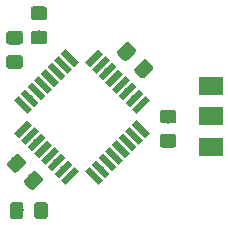
<source format=gbp>
G04 #@! TF.GenerationSoftware,KiCad,Pcbnew,(5.1.4)-1*
G04 #@! TF.CreationDate,2020-01-26T17:58:18+01:00*
G04 #@! TF.ProjectId,HM-LC-Sw1-Pl-DN-R1_S26,484d2d4c-432d-4537-9731-2d506c2d444e,rev?*
G04 #@! TF.SameCoordinates,Original*
G04 #@! TF.FileFunction,Paste,Bot*
G04 #@! TF.FilePolarity,Positive*
%FSLAX46Y46*%
G04 Gerber Fmt 4.6, Leading zero omitted, Abs format (unit mm)*
G04 Created by KiCad (PCBNEW (5.1.4)-1) date 2020-01-26 17:58:18*
%MOMM*%
%LPD*%
G04 APERTURE LIST*
%ADD10C,0.150000*%
%ADD11C,1.150000*%
%ADD12R,2.000000X1.500000*%
%ADD13C,0.550000*%
G04 APERTURE END LIST*
D10*
G36*
X147224505Y-102476204D02*
G01*
X147248773Y-102479804D01*
X147272572Y-102485765D01*
X147295671Y-102494030D01*
X147317850Y-102504520D01*
X147338893Y-102517132D01*
X147358599Y-102531747D01*
X147376777Y-102548223D01*
X147393253Y-102566401D01*
X147407868Y-102586107D01*
X147420480Y-102607150D01*
X147430970Y-102629329D01*
X147439235Y-102652428D01*
X147445196Y-102676227D01*
X147448796Y-102700495D01*
X147450000Y-102724999D01*
X147450000Y-103375001D01*
X147448796Y-103399505D01*
X147445196Y-103423773D01*
X147439235Y-103447572D01*
X147430970Y-103470671D01*
X147420480Y-103492850D01*
X147407868Y-103513893D01*
X147393253Y-103533599D01*
X147376777Y-103551777D01*
X147358599Y-103568253D01*
X147338893Y-103582868D01*
X147317850Y-103595480D01*
X147295671Y-103605970D01*
X147272572Y-103614235D01*
X147248773Y-103620196D01*
X147224505Y-103623796D01*
X147200001Y-103625000D01*
X146299999Y-103625000D01*
X146275495Y-103623796D01*
X146251227Y-103620196D01*
X146227428Y-103614235D01*
X146204329Y-103605970D01*
X146182150Y-103595480D01*
X146161107Y-103582868D01*
X146141401Y-103568253D01*
X146123223Y-103551777D01*
X146106747Y-103533599D01*
X146092132Y-103513893D01*
X146079520Y-103492850D01*
X146069030Y-103470671D01*
X146060765Y-103447572D01*
X146054804Y-103423773D01*
X146051204Y-103399505D01*
X146050000Y-103375001D01*
X146050000Y-102724999D01*
X146051204Y-102700495D01*
X146054804Y-102676227D01*
X146060765Y-102652428D01*
X146069030Y-102629329D01*
X146079520Y-102607150D01*
X146092132Y-102586107D01*
X146106747Y-102566401D01*
X146123223Y-102548223D01*
X146141401Y-102531747D01*
X146161107Y-102517132D01*
X146182150Y-102504520D01*
X146204329Y-102494030D01*
X146227428Y-102485765D01*
X146251227Y-102479804D01*
X146275495Y-102476204D01*
X146299999Y-102475000D01*
X147200001Y-102475000D01*
X147224505Y-102476204D01*
X147224505Y-102476204D01*
G37*
D11*
X146750000Y-103050000D03*
D10*
G36*
X147224505Y-104526204D02*
G01*
X147248773Y-104529804D01*
X147272572Y-104535765D01*
X147295671Y-104544030D01*
X147317850Y-104554520D01*
X147338893Y-104567132D01*
X147358599Y-104581747D01*
X147376777Y-104598223D01*
X147393253Y-104616401D01*
X147407868Y-104636107D01*
X147420480Y-104657150D01*
X147430970Y-104679329D01*
X147439235Y-104702428D01*
X147445196Y-104726227D01*
X147448796Y-104750495D01*
X147450000Y-104774999D01*
X147450000Y-105425001D01*
X147448796Y-105449505D01*
X147445196Y-105473773D01*
X147439235Y-105497572D01*
X147430970Y-105520671D01*
X147420480Y-105542850D01*
X147407868Y-105563893D01*
X147393253Y-105583599D01*
X147376777Y-105601777D01*
X147358599Y-105618253D01*
X147338893Y-105632868D01*
X147317850Y-105645480D01*
X147295671Y-105655970D01*
X147272572Y-105664235D01*
X147248773Y-105670196D01*
X147224505Y-105673796D01*
X147200001Y-105675000D01*
X146299999Y-105675000D01*
X146275495Y-105673796D01*
X146251227Y-105670196D01*
X146227428Y-105664235D01*
X146204329Y-105655970D01*
X146182150Y-105645480D01*
X146161107Y-105632868D01*
X146141401Y-105618253D01*
X146123223Y-105601777D01*
X146106747Y-105583599D01*
X146092132Y-105563893D01*
X146079520Y-105542850D01*
X146069030Y-105520671D01*
X146060765Y-105497572D01*
X146054804Y-105473773D01*
X146051204Y-105449505D01*
X146050000Y-105425001D01*
X146050000Y-104774999D01*
X146051204Y-104750495D01*
X146054804Y-104726227D01*
X146060765Y-104702428D01*
X146069030Y-104679329D01*
X146079520Y-104657150D01*
X146092132Y-104636107D01*
X146106747Y-104616401D01*
X146123223Y-104598223D01*
X146141401Y-104581747D01*
X146161107Y-104567132D01*
X146182150Y-104554520D01*
X146204329Y-104544030D01*
X146227428Y-104535765D01*
X146251227Y-104529804D01*
X146275495Y-104526204D01*
X146299999Y-104525000D01*
X147200001Y-104525000D01*
X147224505Y-104526204D01*
X147224505Y-104526204D01*
G37*
D11*
X146750000Y-105100000D03*
D10*
G36*
X160224505Y-109151204D02*
G01*
X160248773Y-109154804D01*
X160272572Y-109160765D01*
X160295671Y-109169030D01*
X160317850Y-109179520D01*
X160338893Y-109192132D01*
X160358599Y-109206747D01*
X160376777Y-109223223D01*
X160393253Y-109241401D01*
X160407868Y-109261107D01*
X160420480Y-109282150D01*
X160430970Y-109304329D01*
X160439235Y-109327428D01*
X160445196Y-109351227D01*
X160448796Y-109375495D01*
X160450000Y-109399999D01*
X160450000Y-110050001D01*
X160448796Y-110074505D01*
X160445196Y-110098773D01*
X160439235Y-110122572D01*
X160430970Y-110145671D01*
X160420480Y-110167850D01*
X160407868Y-110188893D01*
X160393253Y-110208599D01*
X160376777Y-110226777D01*
X160358599Y-110243253D01*
X160338893Y-110257868D01*
X160317850Y-110270480D01*
X160295671Y-110280970D01*
X160272572Y-110289235D01*
X160248773Y-110295196D01*
X160224505Y-110298796D01*
X160200001Y-110300000D01*
X159299999Y-110300000D01*
X159275495Y-110298796D01*
X159251227Y-110295196D01*
X159227428Y-110289235D01*
X159204329Y-110280970D01*
X159182150Y-110270480D01*
X159161107Y-110257868D01*
X159141401Y-110243253D01*
X159123223Y-110226777D01*
X159106747Y-110208599D01*
X159092132Y-110188893D01*
X159079520Y-110167850D01*
X159069030Y-110145671D01*
X159060765Y-110122572D01*
X159054804Y-110098773D01*
X159051204Y-110074505D01*
X159050000Y-110050001D01*
X159050000Y-109399999D01*
X159051204Y-109375495D01*
X159054804Y-109351227D01*
X159060765Y-109327428D01*
X159069030Y-109304329D01*
X159079520Y-109282150D01*
X159092132Y-109261107D01*
X159106747Y-109241401D01*
X159123223Y-109223223D01*
X159141401Y-109206747D01*
X159161107Y-109192132D01*
X159182150Y-109179520D01*
X159204329Y-109169030D01*
X159227428Y-109160765D01*
X159251227Y-109154804D01*
X159275495Y-109151204D01*
X159299999Y-109150000D01*
X160200001Y-109150000D01*
X160224505Y-109151204D01*
X160224505Y-109151204D01*
G37*
D11*
X159750000Y-109725000D03*
D10*
G36*
X160224505Y-111201204D02*
G01*
X160248773Y-111204804D01*
X160272572Y-111210765D01*
X160295671Y-111219030D01*
X160317850Y-111229520D01*
X160338893Y-111242132D01*
X160358599Y-111256747D01*
X160376777Y-111273223D01*
X160393253Y-111291401D01*
X160407868Y-111311107D01*
X160420480Y-111332150D01*
X160430970Y-111354329D01*
X160439235Y-111377428D01*
X160445196Y-111401227D01*
X160448796Y-111425495D01*
X160450000Y-111449999D01*
X160450000Y-112100001D01*
X160448796Y-112124505D01*
X160445196Y-112148773D01*
X160439235Y-112172572D01*
X160430970Y-112195671D01*
X160420480Y-112217850D01*
X160407868Y-112238893D01*
X160393253Y-112258599D01*
X160376777Y-112276777D01*
X160358599Y-112293253D01*
X160338893Y-112307868D01*
X160317850Y-112320480D01*
X160295671Y-112330970D01*
X160272572Y-112339235D01*
X160248773Y-112345196D01*
X160224505Y-112348796D01*
X160200001Y-112350000D01*
X159299999Y-112350000D01*
X159275495Y-112348796D01*
X159251227Y-112345196D01*
X159227428Y-112339235D01*
X159204329Y-112330970D01*
X159182150Y-112320480D01*
X159161107Y-112307868D01*
X159141401Y-112293253D01*
X159123223Y-112276777D01*
X159106747Y-112258599D01*
X159092132Y-112238893D01*
X159079520Y-112217850D01*
X159069030Y-112195671D01*
X159060765Y-112172572D01*
X159054804Y-112148773D01*
X159051204Y-112124505D01*
X159050000Y-112100001D01*
X159050000Y-111449999D01*
X159051204Y-111425495D01*
X159054804Y-111401227D01*
X159060765Y-111377428D01*
X159069030Y-111354329D01*
X159079520Y-111332150D01*
X159092132Y-111311107D01*
X159106747Y-111291401D01*
X159123223Y-111273223D01*
X159141401Y-111256747D01*
X159161107Y-111242132D01*
X159182150Y-111229520D01*
X159204329Y-111219030D01*
X159227428Y-111210765D01*
X159251227Y-111204804D01*
X159275495Y-111201204D01*
X159299999Y-111200000D01*
X160200001Y-111200000D01*
X160224505Y-111201204D01*
X160224505Y-111201204D01*
G37*
D11*
X159750000Y-111775000D03*
D10*
G36*
X156338108Y-103428412D02*
G01*
X156362376Y-103432012D01*
X156386175Y-103437973D01*
X156409274Y-103446238D01*
X156431453Y-103456728D01*
X156452496Y-103469340D01*
X156472202Y-103483955D01*
X156490380Y-103500431D01*
X156950001Y-103960052D01*
X156966477Y-103978230D01*
X156981092Y-103997936D01*
X156993704Y-104018979D01*
X157004194Y-104041158D01*
X157012459Y-104064257D01*
X157018420Y-104088056D01*
X157022020Y-104112324D01*
X157023224Y-104136828D01*
X157022020Y-104161332D01*
X157018420Y-104185600D01*
X157012459Y-104209399D01*
X157004194Y-104232498D01*
X156993704Y-104254677D01*
X156981092Y-104275720D01*
X156966477Y-104295426D01*
X156950001Y-104313604D01*
X156313604Y-104950001D01*
X156295426Y-104966477D01*
X156275720Y-104981092D01*
X156254677Y-104993704D01*
X156232498Y-105004194D01*
X156209399Y-105012459D01*
X156185600Y-105018420D01*
X156161332Y-105022020D01*
X156136828Y-105023224D01*
X156112324Y-105022020D01*
X156088056Y-105018420D01*
X156064257Y-105012459D01*
X156041158Y-105004194D01*
X156018979Y-104993704D01*
X155997936Y-104981092D01*
X155978230Y-104966477D01*
X155960052Y-104950001D01*
X155500431Y-104490380D01*
X155483955Y-104472202D01*
X155469340Y-104452496D01*
X155456728Y-104431453D01*
X155446238Y-104409274D01*
X155437973Y-104386175D01*
X155432012Y-104362376D01*
X155428412Y-104338108D01*
X155427208Y-104313604D01*
X155428412Y-104289100D01*
X155432012Y-104264832D01*
X155437973Y-104241033D01*
X155446238Y-104217934D01*
X155456728Y-104195755D01*
X155469340Y-104174712D01*
X155483955Y-104155006D01*
X155500431Y-104136828D01*
X156136828Y-103500431D01*
X156155006Y-103483955D01*
X156174712Y-103469340D01*
X156195755Y-103456728D01*
X156217934Y-103446238D01*
X156241033Y-103437973D01*
X156264832Y-103432012D01*
X156289100Y-103428412D01*
X156313604Y-103427208D01*
X156338108Y-103428412D01*
X156338108Y-103428412D01*
G37*
D11*
X156225216Y-104225216D03*
D10*
G36*
X157787676Y-104877980D02*
G01*
X157811944Y-104881580D01*
X157835743Y-104887541D01*
X157858842Y-104895806D01*
X157881021Y-104906296D01*
X157902064Y-104918908D01*
X157921770Y-104933523D01*
X157939948Y-104949999D01*
X158399569Y-105409620D01*
X158416045Y-105427798D01*
X158430660Y-105447504D01*
X158443272Y-105468547D01*
X158453762Y-105490726D01*
X158462027Y-105513825D01*
X158467988Y-105537624D01*
X158471588Y-105561892D01*
X158472792Y-105586396D01*
X158471588Y-105610900D01*
X158467988Y-105635168D01*
X158462027Y-105658967D01*
X158453762Y-105682066D01*
X158443272Y-105704245D01*
X158430660Y-105725288D01*
X158416045Y-105744994D01*
X158399569Y-105763172D01*
X157763172Y-106399569D01*
X157744994Y-106416045D01*
X157725288Y-106430660D01*
X157704245Y-106443272D01*
X157682066Y-106453762D01*
X157658967Y-106462027D01*
X157635168Y-106467988D01*
X157610900Y-106471588D01*
X157586396Y-106472792D01*
X157561892Y-106471588D01*
X157537624Y-106467988D01*
X157513825Y-106462027D01*
X157490726Y-106453762D01*
X157468547Y-106443272D01*
X157447504Y-106430660D01*
X157427798Y-106416045D01*
X157409620Y-106399569D01*
X156949999Y-105939948D01*
X156933523Y-105921770D01*
X156918908Y-105902064D01*
X156906296Y-105881021D01*
X156895806Y-105858842D01*
X156887541Y-105835743D01*
X156881580Y-105811944D01*
X156877980Y-105787676D01*
X156876776Y-105763172D01*
X156877980Y-105738668D01*
X156881580Y-105714400D01*
X156887541Y-105690601D01*
X156895806Y-105667502D01*
X156906296Y-105645323D01*
X156918908Y-105624280D01*
X156933523Y-105604574D01*
X156949999Y-105586396D01*
X157586396Y-104949999D01*
X157604574Y-104933523D01*
X157624280Y-104918908D01*
X157645323Y-104906296D01*
X157667502Y-104895806D01*
X157690601Y-104887541D01*
X157714400Y-104881580D01*
X157738668Y-104877980D01*
X157763172Y-104876776D01*
X157787676Y-104877980D01*
X157787676Y-104877980D01*
G37*
D11*
X157674784Y-105674784D03*
D10*
G36*
X147012908Y-112880012D02*
G01*
X147037176Y-112883612D01*
X147060975Y-112889573D01*
X147084074Y-112897838D01*
X147106253Y-112908328D01*
X147127296Y-112920940D01*
X147147002Y-112935555D01*
X147165180Y-112952031D01*
X147624801Y-113411652D01*
X147641277Y-113429830D01*
X147655892Y-113449536D01*
X147668504Y-113470579D01*
X147678994Y-113492758D01*
X147687259Y-113515857D01*
X147693220Y-113539656D01*
X147696820Y-113563924D01*
X147698024Y-113588428D01*
X147696820Y-113612932D01*
X147693220Y-113637200D01*
X147687259Y-113660999D01*
X147678994Y-113684098D01*
X147668504Y-113706277D01*
X147655892Y-113727320D01*
X147641277Y-113747026D01*
X147624801Y-113765204D01*
X146988404Y-114401601D01*
X146970226Y-114418077D01*
X146950520Y-114432692D01*
X146929477Y-114445304D01*
X146907298Y-114455794D01*
X146884199Y-114464059D01*
X146860400Y-114470020D01*
X146836132Y-114473620D01*
X146811628Y-114474824D01*
X146787124Y-114473620D01*
X146762856Y-114470020D01*
X146739057Y-114464059D01*
X146715958Y-114455794D01*
X146693779Y-114445304D01*
X146672736Y-114432692D01*
X146653030Y-114418077D01*
X146634852Y-114401601D01*
X146175231Y-113941980D01*
X146158755Y-113923802D01*
X146144140Y-113904096D01*
X146131528Y-113883053D01*
X146121038Y-113860874D01*
X146112773Y-113837775D01*
X146106812Y-113813976D01*
X146103212Y-113789708D01*
X146102008Y-113765204D01*
X146103212Y-113740700D01*
X146106812Y-113716432D01*
X146112773Y-113692633D01*
X146121038Y-113669534D01*
X146131528Y-113647355D01*
X146144140Y-113626312D01*
X146158755Y-113606606D01*
X146175231Y-113588428D01*
X146811628Y-112952031D01*
X146829806Y-112935555D01*
X146849512Y-112920940D01*
X146870555Y-112908328D01*
X146892734Y-112897838D01*
X146915833Y-112889573D01*
X146939632Y-112883612D01*
X146963900Y-112880012D01*
X146988404Y-112878808D01*
X147012908Y-112880012D01*
X147012908Y-112880012D01*
G37*
D11*
X146900016Y-113676816D03*
D10*
G36*
X148462476Y-114329580D02*
G01*
X148486744Y-114333180D01*
X148510543Y-114339141D01*
X148533642Y-114347406D01*
X148555821Y-114357896D01*
X148576864Y-114370508D01*
X148596570Y-114385123D01*
X148614748Y-114401599D01*
X149074369Y-114861220D01*
X149090845Y-114879398D01*
X149105460Y-114899104D01*
X149118072Y-114920147D01*
X149128562Y-114942326D01*
X149136827Y-114965425D01*
X149142788Y-114989224D01*
X149146388Y-115013492D01*
X149147592Y-115037996D01*
X149146388Y-115062500D01*
X149142788Y-115086768D01*
X149136827Y-115110567D01*
X149128562Y-115133666D01*
X149118072Y-115155845D01*
X149105460Y-115176888D01*
X149090845Y-115196594D01*
X149074369Y-115214772D01*
X148437972Y-115851169D01*
X148419794Y-115867645D01*
X148400088Y-115882260D01*
X148379045Y-115894872D01*
X148356866Y-115905362D01*
X148333767Y-115913627D01*
X148309968Y-115919588D01*
X148285700Y-115923188D01*
X148261196Y-115924392D01*
X148236692Y-115923188D01*
X148212424Y-115919588D01*
X148188625Y-115913627D01*
X148165526Y-115905362D01*
X148143347Y-115894872D01*
X148122304Y-115882260D01*
X148102598Y-115867645D01*
X148084420Y-115851169D01*
X147624799Y-115391548D01*
X147608323Y-115373370D01*
X147593708Y-115353664D01*
X147581096Y-115332621D01*
X147570606Y-115310442D01*
X147562341Y-115287343D01*
X147556380Y-115263544D01*
X147552780Y-115239276D01*
X147551576Y-115214772D01*
X147552780Y-115190268D01*
X147556380Y-115166000D01*
X147562341Y-115142201D01*
X147570606Y-115119102D01*
X147581096Y-115096923D01*
X147593708Y-115075880D01*
X147608323Y-115056174D01*
X147624799Y-115037996D01*
X148261196Y-114401599D01*
X148279374Y-114385123D01*
X148299080Y-114370508D01*
X148320123Y-114357896D01*
X148342302Y-114347406D01*
X148365401Y-114339141D01*
X148389200Y-114333180D01*
X148413468Y-114329580D01*
X148437972Y-114328376D01*
X148462476Y-114329580D01*
X148462476Y-114329580D01*
G37*
D11*
X148349584Y-115126384D03*
D10*
G36*
X149274505Y-102451204D02*
G01*
X149298773Y-102454804D01*
X149322572Y-102460765D01*
X149345671Y-102469030D01*
X149367850Y-102479520D01*
X149388893Y-102492132D01*
X149408599Y-102506747D01*
X149426777Y-102523223D01*
X149443253Y-102541401D01*
X149457868Y-102561107D01*
X149470480Y-102582150D01*
X149480970Y-102604329D01*
X149489235Y-102627428D01*
X149495196Y-102651227D01*
X149498796Y-102675495D01*
X149500000Y-102699999D01*
X149500000Y-103350001D01*
X149498796Y-103374505D01*
X149495196Y-103398773D01*
X149489235Y-103422572D01*
X149480970Y-103445671D01*
X149470480Y-103467850D01*
X149457868Y-103488893D01*
X149443253Y-103508599D01*
X149426777Y-103526777D01*
X149408599Y-103543253D01*
X149388893Y-103557868D01*
X149367850Y-103570480D01*
X149345671Y-103580970D01*
X149322572Y-103589235D01*
X149298773Y-103595196D01*
X149274505Y-103598796D01*
X149250001Y-103600000D01*
X148349999Y-103600000D01*
X148325495Y-103598796D01*
X148301227Y-103595196D01*
X148277428Y-103589235D01*
X148254329Y-103580970D01*
X148232150Y-103570480D01*
X148211107Y-103557868D01*
X148191401Y-103543253D01*
X148173223Y-103526777D01*
X148156747Y-103508599D01*
X148142132Y-103488893D01*
X148129520Y-103467850D01*
X148119030Y-103445671D01*
X148110765Y-103422572D01*
X148104804Y-103398773D01*
X148101204Y-103374505D01*
X148100000Y-103350001D01*
X148100000Y-102699999D01*
X148101204Y-102675495D01*
X148104804Y-102651227D01*
X148110765Y-102627428D01*
X148119030Y-102604329D01*
X148129520Y-102582150D01*
X148142132Y-102561107D01*
X148156747Y-102541401D01*
X148173223Y-102523223D01*
X148191401Y-102506747D01*
X148211107Y-102492132D01*
X148232150Y-102479520D01*
X148254329Y-102469030D01*
X148277428Y-102460765D01*
X148301227Y-102454804D01*
X148325495Y-102451204D01*
X148349999Y-102450000D01*
X149250001Y-102450000D01*
X149274505Y-102451204D01*
X149274505Y-102451204D01*
G37*
D11*
X148800000Y-103025000D03*
D10*
G36*
X149274505Y-100401204D02*
G01*
X149298773Y-100404804D01*
X149322572Y-100410765D01*
X149345671Y-100419030D01*
X149367850Y-100429520D01*
X149388893Y-100442132D01*
X149408599Y-100456747D01*
X149426777Y-100473223D01*
X149443253Y-100491401D01*
X149457868Y-100511107D01*
X149470480Y-100532150D01*
X149480970Y-100554329D01*
X149489235Y-100577428D01*
X149495196Y-100601227D01*
X149498796Y-100625495D01*
X149500000Y-100649999D01*
X149500000Y-101300001D01*
X149498796Y-101324505D01*
X149495196Y-101348773D01*
X149489235Y-101372572D01*
X149480970Y-101395671D01*
X149470480Y-101417850D01*
X149457868Y-101438893D01*
X149443253Y-101458599D01*
X149426777Y-101476777D01*
X149408599Y-101493253D01*
X149388893Y-101507868D01*
X149367850Y-101520480D01*
X149345671Y-101530970D01*
X149322572Y-101539235D01*
X149298773Y-101545196D01*
X149274505Y-101548796D01*
X149250001Y-101550000D01*
X148349999Y-101550000D01*
X148325495Y-101548796D01*
X148301227Y-101545196D01*
X148277428Y-101539235D01*
X148254329Y-101530970D01*
X148232150Y-101520480D01*
X148211107Y-101507868D01*
X148191401Y-101493253D01*
X148173223Y-101476777D01*
X148156747Y-101458599D01*
X148142132Y-101438893D01*
X148129520Y-101417850D01*
X148119030Y-101395671D01*
X148110765Y-101372572D01*
X148104804Y-101348773D01*
X148101204Y-101324505D01*
X148100000Y-101300001D01*
X148100000Y-100649999D01*
X148101204Y-100625495D01*
X148104804Y-100601227D01*
X148110765Y-100577428D01*
X148119030Y-100554329D01*
X148129520Y-100532150D01*
X148142132Y-100511107D01*
X148156747Y-100491401D01*
X148173223Y-100473223D01*
X148191401Y-100456747D01*
X148211107Y-100442132D01*
X148232150Y-100429520D01*
X148254329Y-100419030D01*
X148277428Y-100410765D01*
X148301227Y-100404804D01*
X148325495Y-100401204D01*
X148349999Y-100400000D01*
X149250001Y-100400000D01*
X149274505Y-100401204D01*
X149274505Y-100401204D01*
G37*
D11*
X148800000Y-100975000D03*
D10*
G36*
X149324505Y-116976204D02*
G01*
X149348773Y-116979804D01*
X149372572Y-116985765D01*
X149395671Y-116994030D01*
X149417850Y-117004520D01*
X149438893Y-117017132D01*
X149458599Y-117031747D01*
X149476777Y-117048223D01*
X149493253Y-117066401D01*
X149507868Y-117086107D01*
X149520480Y-117107150D01*
X149530970Y-117129329D01*
X149539235Y-117152428D01*
X149545196Y-117176227D01*
X149548796Y-117200495D01*
X149550000Y-117224999D01*
X149550000Y-118125001D01*
X149548796Y-118149505D01*
X149545196Y-118173773D01*
X149539235Y-118197572D01*
X149530970Y-118220671D01*
X149520480Y-118242850D01*
X149507868Y-118263893D01*
X149493253Y-118283599D01*
X149476777Y-118301777D01*
X149458599Y-118318253D01*
X149438893Y-118332868D01*
X149417850Y-118345480D01*
X149395671Y-118355970D01*
X149372572Y-118364235D01*
X149348773Y-118370196D01*
X149324505Y-118373796D01*
X149300001Y-118375000D01*
X148649999Y-118375000D01*
X148625495Y-118373796D01*
X148601227Y-118370196D01*
X148577428Y-118364235D01*
X148554329Y-118355970D01*
X148532150Y-118345480D01*
X148511107Y-118332868D01*
X148491401Y-118318253D01*
X148473223Y-118301777D01*
X148456747Y-118283599D01*
X148442132Y-118263893D01*
X148429520Y-118242850D01*
X148419030Y-118220671D01*
X148410765Y-118197572D01*
X148404804Y-118173773D01*
X148401204Y-118149505D01*
X148400000Y-118125001D01*
X148400000Y-117224999D01*
X148401204Y-117200495D01*
X148404804Y-117176227D01*
X148410765Y-117152428D01*
X148419030Y-117129329D01*
X148429520Y-117107150D01*
X148442132Y-117086107D01*
X148456747Y-117066401D01*
X148473223Y-117048223D01*
X148491401Y-117031747D01*
X148511107Y-117017132D01*
X148532150Y-117004520D01*
X148554329Y-116994030D01*
X148577428Y-116985765D01*
X148601227Y-116979804D01*
X148625495Y-116976204D01*
X148649999Y-116975000D01*
X149300001Y-116975000D01*
X149324505Y-116976204D01*
X149324505Y-116976204D01*
G37*
D11*
X148975000Y-117675000D03*
D10*
G36*
X147274505Y-116976204D02*
G01*
X147298773Y-116979804D01*
X147322572Y-116985765D01*
X147345671Y-116994030D01*
X147367850Y-117004520D01*
X147388893Y-117017132D01*
X147408599Y-117031747D01*
X147426777Y-117048223D01*
X147443253Y-117066401D01*
X147457868Y-117086107D01*
X147470480Y-117107150D01*
X147480970Y-117129329D01*
X147489235Y-117152428D01*
X147495196Y-117176227D01*
X147498796Y-117200495D01*
X147500000Y-117224999D01*
X147500000Y-118125001D01*
X147498796Y-118149505D01*
X147495196Y-118173773D01*
X147489235Y-118197572D01*
X147480970Y-118220671D01*
X147470480Y-118242850D01*
X147457868Y-118263893D01*
X147443253Y-118283599D01*
X147426777Y-118301777D01*
X147408599Y-118318253D01*
X147388893Y-118332868D01*
X147367850Y-118345480D01*
X147345671Y-118355970D01*
X147322572Y-118364235D01*
X147298773Y-118370196D01*
X147274505Y-118373796D01*
X147250001Y-118375000D01*
X146599999Y-118375000D01*
X146575495Y-118373796D01*
X146551227Y-118370196D01*
X146527428Y-118364235D01*
X146504329Y-118355970D01*
X146482150Y-118345480D01*
X146461107Y-118332868D01*
X146441401Y-118318253D01*
X146423223Y-118301777D01*
X146406747Y-118283599D01*
X146392132Y-118263893D01*
X146379520Y-118242850D01*
X146369030Y-118220671D01*
X146360765Y-118197572D01*
X146354804Y-118173773D01*
X146351204Y-118149505D01*
X146350000Y-118125001D01*
X146350000Y-117224999D01*
X146351204Y-117200495D01*
X146354804Y-117176227D01*
X146360765Y-117152428D01*
X146369030Y-117129329D01*
X146379520Y-117107150D01*
X146392132Y-117086107D01*
X146406747Y-117066401D01*
X146423223Y-117048223D01*
X146441401Y-117031747D01*
X146461107Y-117017132D01*
X146482150Y-117004520D01*
X146504329Y-116994030D01*
X146527428Y-116985765D01*
X146551227Y-116979804D01*
X146575495Y-116976204D01*
X146599999Y-116975000D01*
X147250001Y-116975000D01*
X147274505Y-116976204D01*
X147274505Y-116976204D01*
G37*
D11*
X146925000Y-117675000D03*
D12*
X163372800Y-112268000D03*
X163372800Y-109702600D03*
X163372800Y-107111800D03*
D13*
X151425495Y-104768297D03*
D10*
G36*
X152185635Y-105139528D02*
G01*
X151796726Y-105528437D01*
X150665355Y-104397066D01*
X151054264Y-104008157D01*
X152185635Y-105139528D01*
X152185635Y-105139528D01*
G37*
D13*
X150859810Y-105333983D03*
D10*
G36*
X151619950Y-105705214D02*
G01*
X151231041Y-106094123D01*
X150099670Y-104962752D01*
X150488579Y-104573843D01*
X151619950Y-105705214D01*
X151619950Y-105705214D01*
G37*
D13*
X150294124Y-105899668D03*
D10*
G36*
X151054264Y-106270899D02*
G01*
X150665355Y-106659808D01*
X149533984Y-105528437D01*
X149922893Y-105139528D01*
X151054264Y-106270899D01*
X151054264Y-106270899D01*
G37*
D13*
X149728439Y-106465353D03*
D10*
G36*
X150488579Y-106836584D02*
G01*
X150099670Y-107225493D01*
X148968299Y-106094122D01*
X149357208Y-105705213D01*
X150488579Y-106836584D01*
X150488579Y-106836584D01*
G37*
D13*
X149162753Y-107031039D03*
D10*
G36*
X149922893Y-107402270D02*
G01*
X149533984Y-107791179D01*
X148402613Y-106659808D01*
X148791522Y-106270899D01*
X149922893Y-107402270D01*
X149922893Y-107402270D01*
G37*
D13*
X148597068Y-107596724D03*
D10*
G36*
X149357208Y-107967955D02*
G01*
X148968299Y-108356864D01*
X147836928Y-107225493D01*
X148225837Y-106836584D01*
X149357208Y-107967955D01*
X149357208Y-107967955D01*
G37*
D13*
X148031383Y-108162410D03*
D10*
G36*
X148791523Y-108533641D02*
G01*
X148402614Y-108922550D01*
X147271243Y-107791179D01*
X147660152Y-107402270D01*
X148791523Y-108533641D01*
X148791523Y-108533641D01*
G37*
D13*
X147465697Y-108728095D03*
D10*
G36*
X148225837Y-109099326D02*
G01*
X147836928Y-109488235D01*
X146705557Y-108356864D01*
X147094466Y-107967955D01*
X148225837Y-109099326D01*
X148225837Y-109099326D01*
G37*
D13*
X147465697Y-110778705D03*
D10*
G36*
X147836928Y-110018565D02*
G01*
X148225837Y-110407474D01*
X147094466Y-111538845D01*
X146705557Y-111149936D01*
X147836928Y-110018565D01*
X147836928Y-110018565D01*
G37*
D13*
X148031383Y-111344390D03*
D10*
G36*
X148402614Y-110584250D02*
G01*
X148791523Y-110973159D01*
X147660152Y-112104530D01*
X147271243Y-111715621D01*
X148402614Y-110584250D01*
X148402614Y-110584250D01*
G37*
D13*
X148597068Y-111910076D03*
D10*
G36*
X148968299Y-111149936D02*
G01*
X149357208Y-111538845D01*
X148225837Y-112670216D01*
X147836928Y-112281307D01*
X148968299Y-111149936D01*
X148968299Y-111149936D01*
G37*
D13*
X149162753Y-112475761D03*
D10*
G36*
X149533984Y-111715621D02*
G01*
X149922893Y-112104530D01*
X148791522Y-113235901D01*
X148402613Y-112846992D01*
X149533984Y-111715621D01*
X149533984Y-111715621D01*
G37*
D13*
X149728439Y-113041447D03*
D10*
G36*
X150099670Y-112281307D02*
G01*
X150488579Y-112670216D01*
X149357208Y-113801587D01*
X148968299Y-113412678D01*
X150099670Y-112281307D01*
X150099670Y-112281307D01*
G37*
D13*
X150294124Y-113607132D03*
D10*
G36*
X150665355Y-112846992D02*
G01*
X151054264Y-113235901D01*
X149922893Y-114367272D01*
X149533984Y-113978363D01*
X150665355Y-112846992D01*
X150665355Y-112846992D01*
G37*
D13*
X150859810Y-114172817D03*
D10*
G36*
X151231041Y-113412677D02*
G01*
X151619950Y-113801586D01*
X150488579Y-114932957D01*
X150099670Y-114544048D01*
X151231041Y-113412677D01*
X151231041Y-113412677D01*
G37*
D13*
X151425495Y-114738503D03*
D10*
G36*
X151796726Y-113978363D02*
G01*
X152185635Y-114367272D01*
X151054264Y-115498643D01*
X150665355Y-115109734D01*
X151796726Y-113978363D01*
X151796726Y-113978363D01*
G37*
D13*
X153476105Y-114738503D03*
D10*
G36*
X154236245Y-115109734D02*
G01*
X153847336Y-115498643D01*
X152715965Y-114367272D01*
X153104874Y-113978363D01*
X154236245Y-115109734D01*
X154236245Y-115109734D01*
G37*
D13*
X154041790Y-114172817D03*
D10*
G36*
X154801930Y-114544048D02*
G01*
X154413021Y-114932957D01*
X153281650Y-113801586D01*
X153670559Y-113412677D01*
X154801930Y-114544048D01*
X154801930Y-114544048D01*
G37*
D13*
X154607476Y-113607132D03*
D10*
G36*
X155367616Y-113978363D02*
G01*
X154978707Y-114367272D01*
X153847336Y-113235901D01*
X154236245Y-112846992D01*
X155367616Y-113978363D01*
X155367616Y-113978363D01*
G37*
D13*
X155173161Y-113041447D03*
D10*
G36*
X155933301Y-113412678D02*
G01*
X155544392Y-113801587D01*
X154413021Y-112670216D01*
X154801930Y-112281307D01*
X155933301Y-113412678D01*
X155933301Y-113412678D01*
G37*
D13*
X155738847Y-112475761D03*
D10*
G36*
X156498987Y-112846992D02*
G01*
X156110078Y-113235901D01*
X154978707Y-112104530D01*
X155367616Y-111715621D01*
X156498987Y-112846992D01*
X156498987Y-112846992D01*
G37*
D13*
X156304532Y-111910076D03*
D10*
G36*
X157064672Y-112281307D02*
G01*
X156675763Y-112670216D01*
X155544392Y-111538845D01*
X155933301Y-111149936D01*
X157064672Y-112281307D01*
X157064672Y-112281307D01*
G37*
D13*
X156870217Y-111344390D03*
D10*
G36*
X157630357Y-111715621D02*
G01*
X157241448Y-112104530D01*
X156110077Y-110973159D01*
X156498986Y-110584250D01*
X157630357Y-111715621D01*
X157630357Y-111715621D01*
G37*
D13*
X157435903Y-110778705D03*
D10*
G36*
X158196043Y-111149936D02*
G01*
X157807134Y-111538845D01*
X156675763Y-110407474D01*
X157064672Y-110018565D01*
X158196043Y-111149936D01*
X158196043Y-111149936D01*
G37*
D13*
X157435903Y-108728095D03*
D10*
G36*
X157807134Y-107967955D02*
G01*
X158196043Y-108356864D01*
X157064672Y-109488235D01*
X156675763Y-109099326D01*
X157807134Y-107967955D01*
X157807134Y-107967955D01*
G37*
D13*
X156870217Y-108162410D03*
D10*
G36*
X157241448Y-107402270D02*
G01*
X157630357Y-107791179D01*
X156498986Y-108922550D01*
X156110077Y-108533641D01*
X157241448Y-107402270D01*
X157241448Y-107402270D01*
G37*
D13*
X156304532Y-107596724D03*
D10*
G36*
X156675763Y-106836584D02*
G01*
X157064672Y-107225493D01*
X155933301Y-108356864D01*
X155544392Y-107967955D01*
X156675763Y-106836584D01*
X156675763Y-106836584D01*
G37*
D13*
X155738847Y-107031039D03*
D10*
G36*
X156110078Y-106270899D02*
G01*
X156498987Y-106659808D01*
X155367616Y-107791179D01*
X154978707Y-107402270D01*
X156110078Y-106270899D01*
X156110078Y-106270899D01*
G37*
D13*
X155173161Y-106465353D03*
D10*
G36*
X155544392Y-105705213D02*
G01*
X155933301Y-106094122D01*
X154801930Y-107225493D01*
X154413021Y-106836584D01*
X155544392Y-105705213D01*
X155544392Y-105705213D01*
G37*
D13*
X154607476Y-105899668D03*
D10*
G36*
X154978707Y-105139528D02*
G01*
X155367616Y-105528437D01*
X154236245Y-106659808D01*
X153847336Y-106270899D01*
X154978707Y-105139528D01*
X154978707Y-105139528D01*
G37*
D13*
X154041790Y-105333983D03*
D10*
G36*
X154413021Y-104573843D02*
G01*
X154801930Y-104962752D01*
X153670559Y-106094123D01*
X153281650Y-105705214D01*
X154413021Y-104573843D01*
X154413021Y-104573843D01*
G37*
D13*
X153476105Y-104768297D03*
D10*
G36*
X153847336Y-104008157D02*
G01*
X154236245Y-104397066D01*
X153104874Y-105528437D01*
X152715965Y-105139528D01*
X153847336Y-104008157D01*
X153847336Y-104008157D01*
G37*
M02*

</source>
